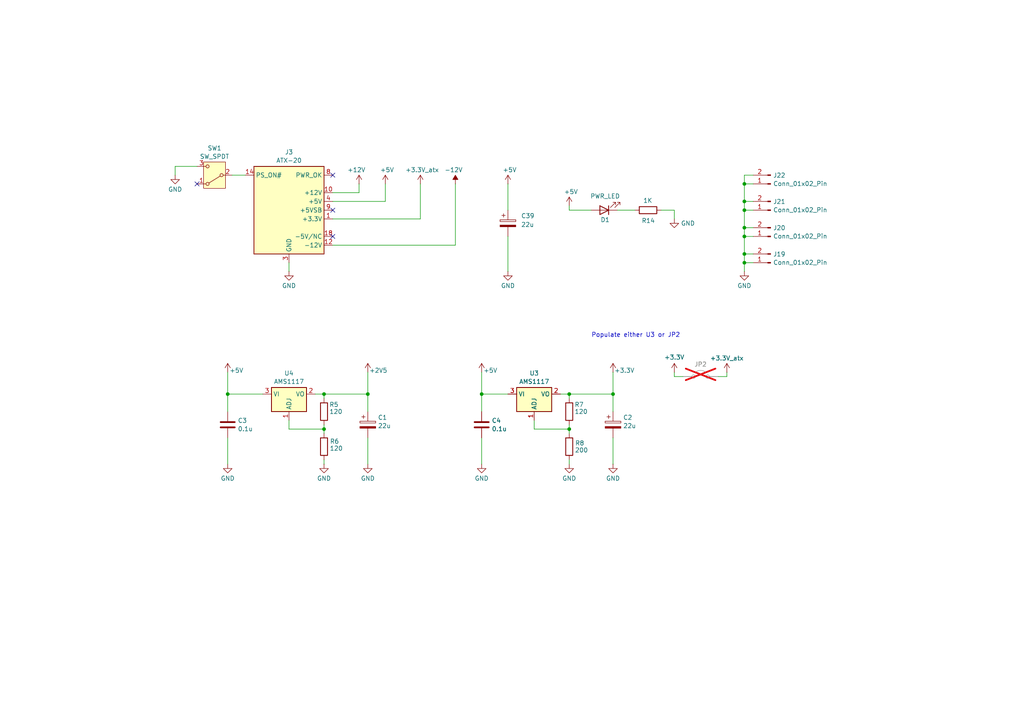
<source format=kicad_sch>
(kicad_sch (version 20250114) (generator "eeschema") (generator_version "9.0")
  (paper "A4")
  (title_block (title "486 Homebrew Computer") (date "2025-12-15") (rev "1 (sch 2.0)") (company "maniek86.xyz"))
  (lib_symbols
    (symbol "Connector:ATX-20"
      (property "Reference" "J" (at -8.89 13.97 0))
      (property "Value" "ATX-20" (at 6.35 13.97 0))
      (symbol "ATX-20_0_1"
        (rectangle (start -10.16 12.7) (end 10.16 -12.7) (stroke (width 0.254)) (fill (type background)))
      )
      (symbol "ATX-20_1_1"
        (pin open_collector line (at -12.7 10.16 0) (length 2.54) (name "PS_ON#") (number "14"))
        (pin passive line (at 0 -15.24 90) (length 2.54) (hide yes) (name "GND") (number "13"))
        (pin passive line (at 0 -15.24 90) (length 2.54) (hide yes) (name "GND") (number "15"))
        (pin passive line (at 0 -15.24 90) (length 2.54) (hide yes) (name "GND") (number "16"))
        (pin passive line (at 0 -15.24 90) (length 2.54) (hide yes) (name "GND") (number "17"))
        (pin power_out line (at 0 -15.24 90) (length 2.54) (name "GND") (number "3"))
        (pin passive line (at 0 -15.24 90) (length 2.54) (hide yes) (name "GND") (number "5"))
        (pin passive line (at 0 -15.24 90) (length 2.54) (hide yes) (name "GND") (number "7"))
        (pin output line (at 12.7 10.16 180) (length 2.54) (name "PWR_OK") (number "8"))
        (pin power_out line (at 12.7 5.08 180) (length 2.54) (name "+12V") (number "10"))
        (pin passive line (at 12.7 2.54 180) (length 2.54) (hide yes) (name "+5V") (number "19"))
        (pin passive line (at 12.7 2.54 180) (length 2.54) (hide yes) (name "+5V") (number "20"))
        (pin power_out line (at 12.7 2.54 180) (length 2.54) (name "+5V") (number "4"))
        (pin passive line (at 12.7 2.54 180) (length 2.54) (hide yes) (name "+5V") (number "6"))
        (pin power_out line (at 12.7 0 180) (length 2.54) (name "+5VSB") (number "9"))
        (pin power_out line (at 12.7 -2.54 180) (length 2.54) (name "+3.3V") (number "1"))
        (pin passive line (at 12.7 -2.54 180) (length 2.54) (hide yes) (name "+3.3V") (number "11"))
        (pin passive line (at 12.7 -2.54 180) (length 2.54) (hide yes) (name "+3.3V") (number "2"))
        (pin power_out line (at 12.7 -7.62 180) (length 2.54) (name "-5V/NC") (number "18"))
        (pin power_out line (at 12.7 -10.16 180) (length 2.54) (name "-12V") (number "12"))
      )
    )
    (symbol "Connector:Conn_01x02_Pin" (pin_names (offset 1.016) (hide yes))
      (property "Reference" "J" (at 0 2.54 0))
      (property "Value" "Conn_01x02_Pin" (at 0 -5.08 0))
      (symbol "Conn_01x02_Pin_1_1"
        (rectangle (start 0.8636 0.127) (end 0 -0.127) (stroke (width 0.1524)) (fill (type outline)))
        (rectangle (start 0.8636 -2.413) (end 0 -2.667) (stroke (width 0.1524)) (fill (type outline)))
        (polyline (pts (xy 1.27 0) (xy 0.8636 0)) (stroke (width 0.1524)))
        (polyline (pts (xy 1.27 -2.54) (xy 0.8636 -2.54)) (stroke (width 0.1524)))
        (pin passive line (at 5.08 0 180) (length 3.81) (name "Pin_1") (number "1"))
        (pin passive line (at 5.08 -2.54 180) (length 3.81) (name "Pin_2") (number "2"))
      )
    )
    (symbol "Device:C" (pin_numbers (hide yes)) (pin_names (offset 0.254))
      (property "Reference" "C" (at 0.635 2.54 0))
      (property "Value" "C" (at 0.635 -2.54 0))
      (symbol "C_0_1"
        (polyline (pts (xy -2.032 0.762) (xy 2.032 0.762)) (stroke (width 0.508)))
        (polyline (pts (xy -2.032 -0.762) (xy 2.032 -0.762)) (stroke (width 0.508)))
      )
      (symbol "C_1_1"
        (pin passive line (at 0 3.81 270) (length 2.794) (name "~") (number "1"))
        (pin passive line (at 0 -3.81 90) (length 2.794) (name "~") (number "2"))
      )
    )
    (symbol "Device:C_Polarized" (pin_numbers (hide yes)) (pin_names (offset 0.254))
      (property "Reference" "C" (at 0.635 2.54 0))
      (property "Value" "C_Polarized" (at 0.635 -2.54 0))
      (symbol "C_Polarized_0_1"
        (rectangle (start -2.286 0.508) (end 2.286 1.016))
        (polyline (pts (xy -1.778 2.286) (xy -0.762 2.286)))
        (polyline (pts (xy -1.27 2.794) (xy -1.27 1.778)))
        (rectangle (start 2.286 -0.508) (end -2.286 -1.016) (fill (type outline)))
      )
      (symbol "C_Polarized_1_1"
        (pin passive line (at 0 3.81 270) (length 2.794) (name "~") (number "1"))
        (pin passive line (at 0 -3.81 90) (length 2.794) (name "~") (number "2"))
      )
    )
    (symbol "Device:LED" (pin_numbers (hide yes)) (pin_names (offset 1.016) (hide yes))
      (property "Reference" "D" (at 0 2.54 0))
      (property "Value" "LED" (at 0 -2.54 0))
      (symbol "LED_0_1"
        (polyline (pts (xy -3.048 -0.762) (xy -4.572 -2.286) (xy -3.81 -2.286) (xy -4.572 -2.286) (xy -4.572 -1.524)))
        (polyline (pts (xy -1.778 -0.762) (xy -3.302 -2.286) (xy -2.54 -2.286) (xy -3.302 -2.286) (xy -3.302 -1.524)))
        (polyline (pts (xy -1.27 0) (xy 1.27 0)))
        (polyline (pts (xy -1.27 -1.27) (xy -1.27 1.27)) (stroke (width 0.254)))
        (polyline (pts (xy 1.27 -1.27) (xy 1.27 1.27) (xy -1.27 0) (xy 1.27 -1.27)) (stroke (width 0.254)))
      )
      (symbol "LED_1_1"
        (pin passive line (at -3.81 0 0) (length 2.54) (name "K") (number "1"))
        (pin passive line (at 3.81 0 180) (length 2.54) (name "A") (number "2"))
      )
    )
    (symbol "Device:R" (pin_numbers (hide yes)) (pin_names (offset 0))
      (property "Reference" "R" (at 2.032 0 90))
      (property "Value" "R" (at 0 0 90))
      (symbol "R_0_1"
        (rectangle (start -1.016 -2.54) (end 1.016 2.54) (stroke (width 0.254)))
      )
      (symbol "R_1_1"
        (pin passive line (at 0 3.81 270) (length 1.27) (name "~") (number "1"))
        (pin passive line (at 0 -3.81 90) (length 1.27) (name "~") (number "2"))
      )
    )
    (symbol "Jumper:Jumper_2_Open" (pin_numbers (hide yes)) (pin_names (offset 0) (hide yes))
      (property "Reference" "JP" (at 0 2.794 0))
      (property "Value" "Jumper_2_Open" (at 0 -2.286 0))
      (symbol "Jumper_2_Open_0_0"
        (circle (center -2.032 0) (radius 0.508))
        (circle (center 2.032 0) (radius 0.508))
      )
      (symbol "Jumper_2_Open_0_1"
        (arc (start -1.524 1.27) (mid 0 1.778) (end 1.524 1.27))
      )
      (symbol "Jumper_2_Open_1_1"
        (pin passive line (at -5.08 0 0) (length 2.54) (name "A") (number "1"))
        (pin passive line (at 5.08 0 180) (length 2.54) (name "B") (number "2"))
      )
    )
    (symbol "Regulator_Linear:AMS1117"
      (property "Reference" "U" (at -3.81 3.175 0))
      (property "Value" "AMS1117" (at 0 3.175 0))
      (symbol "AMS1117_0_1"
        (rectangle (start -5.08 -5.08) (end 5.08 1.905) (stroke (width 0.254)) (fill (type background)))
      )
      (symbol "AMS1117_1_1"
        (pin power_in line (at -7.62 0 0) (length 2.54) (name "VI") (number "3"))
        (pin input line (at 0 -7.62 90) (length 2.54) (name "ADJ") (number "1"))
        (pin power_out line (at 7.62 0 180) (length 2.54) (name "VO") (number "2"))
      )
    )
    (symbol "Switch:SW_SPDT" (pin_names (offset 0) (hide yes))
      (property "Reference" "SW" (at 0 5.08 0))
      (property "Value" "SW_SPDT" (at 0 -5.08 0))
      (symbol "SW_SPDT_0_1"
        (circle (center -2.032 0) (radius 0.4572))
        (polyline (pts (xy -1.651 0.254) (xy 1.651 2.286)))
        (circle (center 2.032 2.54) (radius 0.4572))
        (circle (center 2.032 -2.54) (radius 0.4572))
      )
      (symbol "SW_SPDT_1_1"
        (rectangle (start -3.175 3.81) (end 3.175 -3.81) (fill (type background)))
        (pin passive line (at -5.08 0 0) (length 2.54) (name "B") (number "2"))
        (pin passive line (at 5.08 2.54 180) (length 2.54) (name "A") (number "1"))
        (pin passive line (at 5.08 -2.54 180) (length 2.54) (name "C") (number "3"))
      )
    )
    (symbol "power:+12V" (power) (pin_numbers (hide yes)) (pin_names (offset 0) (hide yes))
      (property "Value" "+12V" (at 0 3.556 0))
      (symbol "+12V_0_1"
        (polyline (pts (xy -0.762 1.27) (xy 0 2.54)))
        (polyline (pts (xy 0 2.54) (xy 0.762 1.27)))
        (polyline (pts (xy 0 0) (xy 0 2.54)))
      )
      (symbol "+12V_1_1"
        (pin power_in line (at 0 0 90) (length 0) (name "~") (number "1"))
      )
    )
    (symbol "power:+2V5" (power) (pin_numbers (hide yes)) (pin_names (offset 0) (hide yes))
      (property "Value" "+2V5" (at 0 3.556 0))
      (symbol "+2V5_0_1"
        (polyline (pts (xy -0.762 1.27) (xy 0 2.54)))
        (polyline (pts (xy 0 2.54) (xy 0.762 1.27)))
        (polyline (pts (xy 0 0) (xy 0 2.54)))
      )
      (symbol "+2V5_1_1"
        (pin power_in line (at 0 0 90) (length 0) (name "~") (number "1"))
      )
    )
    (symbol "power:+3.3V" (power) (pin_numbers (hide yes)) (pin_names (offset 0) (hide yes))
      (property "Value" "+3.3V" (at 0 3.556 0))
      (symbol "+3.3V_0_1"
        (polyline (pts (xy -0.762 1.27) (xy 0 2.54)))
        (polyline (pts (xy 0 2.54) (xy 0.762 1.27)))
        (polyline (pts (xy 0 0) (xy 0 2.54)))
      )
      (symbol "+3.3V_1_1"
        (pin power_in line (at 0 0 90) (length 0) (name "~") (number "1"))
      )
    )
    (symbol "power:+5V" (power) (pin_numbers (hide yes)) (pin_names (offset 0) (hide yes))
      (property "Value" "+5V" (at 0 3.556 0))
      (symbol "+5V_0_1"
        (polyline (pts (xy -0.762 1.27) (xy 0 2.54)))
        (polyline (pts (xy 0 2.54) (xy 0.762 1.27)))
        (polyline (pts (xy 0 0) (xy 0 2.54)))
      )
      (symbol "+5V_1_1"
        (pin power_in line (at 0 0 90) (length 0) (name "~") (number "1"))
      )
    )
    (symbol "power:-12V" (power) (pin_numbers (hide yes)) (pin_names (offset 0) (hide yes))
      (property "Value" "-12V" (at 0 3.556 0))
      (symbol "-12V_0_0"
        (pin power_in line (at 0 0 90) (length 0) (name "~") (number "1"))
      )
      (symbol "-12V_0_1"
        (polyline (pts (xy 0 0) (xy 0 1.27) (xy 0.762 1.27) (xy 0 2.54) (xy -0.762 1.27) (xy 0 1.27)) (fill (type outline)))
      )
    )
    (symbol "power:GND" (power) (pin_numbers (hide yes)) (pin_names (offset 0) (hide yes))
      (property "Value" "GND" (at 0 -3.81 0))
      (symbol "GND_0_1"
        (polyline (pts (xy 0 0) (xy 0 -1.27) (xy 1.27 -1.27) (xy 0 -2.54) (xy -1.27 -1.27) (xy 0 -1.27)))
      )
      (symbol "GND_1_1"
        (pin power_in line (at 0 0 270) (length 0) (name "~") (number "1"))
      )
    )
  )
  (text "Populate either U3 or JP2" (at 184.404 97.282 0) (effects (font (size 1.27 1.27))))
  (junction (at 139.7 114.3))
  (junction (at 215.9 76.2))
  (junction (at 215.9 68.58))
  (junction (at 165.1 114.3))
  (junction (at 215.9 53.34))
  (junction (at 215.9 60.96))
  (junction (at 215.9 73.66))
  (junction (at 165.1 124.46))
  (junction (at 93.98 124.46))
  (junction (at 66.04 114.3))
  (junction (at 106.68 114.3))
  (junction (at 215.9 66.04))
  (junction (at 177.8 114.3))
  (junction (at 93.98 114.3))
  (junction (at 215.9 58.42))
  (no_connect (at 57.15 53.34))
  (no_connect (at 96.52 60.96))
  (no_connect (at 96.52 68.58))
  (no_connect (at 96.52 50.8))
  (wire (pts (xy 177.8 119.38) (xy 177.8 114.3)))
  (wire (pts (xy 96.52 58.42) (xy 111.76 58.42)))
  (wire (pts (xy 132.08 53.34) (xy 132.08 71.12)))
  (wire (pts (xy 106.68 107.95) (xy 106.68 114.3)))
  (wire (pts (xy 106.68 127) (xy 106.68 134.62)))
  (wire (pts (xy 195.58 60.96) (xy 191.77 60.96)))
  (wire (pts (xy 195.58 63.5) (xy 195.58 60.96)))
  (wire (pts (xy 121.92 53.34) (xy 121.92 63.5)))
  (wire (pts (xy 147.32 68.58) (xy 147.32 78.74)))
  (wire (pts (xy 93.98 125.73) (xy 93.98 124.46)))
  (wire (pts (xy 139.7 114.3) (xy 147.32 114.3)))
  (wire (pts (xy 111.76 58.42) (xy 111.76 53.34)))
  (wire (pts (xy 147.32 53.34) (xy 147.32 60.96)))
  (wire (pts (xy 83.82 121.92) (xy 83.82 124.46)))
  (wire (pts (xy 215.9 58.42) (xy 218.44 58.42)))
  (wire (pts (xy 215.9 76.2) (xy 218.44 76.2)))
  (wire (pts (xy 139.7 107.95) (xy 139.7 114.3)))
  (wire (pts (xy 165.1 114.3) (xy 165.1 115.57)))
  (wire (pts (xy 66.04 119.38) (xy 66.04 114.3)))
  (wire (pts (xy 218.44 50.8) (xy 215.9 50.8)))
  (wire (pts (xy 215.9 66.04) (xy 215.9 68.58)))
  (wire (pts (xy 139.7 119.38) (xy 139.7 114.3)))
  (wire (pts (xy 165.1 59.69) (xy 165.1 60.96)))
  (wire (pts (xy 96.52 55.88) (xy 104.14 55.88)))
  (wire (pts (xy 179.07 60.96) (xy 184.15 60.96)))
  (wire (pts (xy 215.9 60.96) (xy 218.44 60.96)))
  (wire (pts (xy 165.1 60.96) (xy 171.45 60.96)))
  (wire (pts (xy 210.82 107.95) (xy 210.82 109.22)))
  (wire (pts (xy 215.9 68.58) (xy 215.9 73.66)))
  (wire (pts (xy 177.8 127) (xy 177.8 134.62)))
  (wire (pts (xy 215.9 66.04) (xy 218.44 66.04)))
  (wire (pts (xy 139.7 127) (xy 139.7 134.62)))
  (wire (pts (xy 165.1 124.46) (xy 165.1 125.73)))
  (wire (pts (xy 66.04 107.95) (xy 66.04 114.3)))
  (wire (pts (xy 215.9 68.58) (xy 218.44 68.58)))
  (wire (pts (xy 215.9 76.2) (xy 215.9 78.74)))
  (wire (pts (xy 93.98 114.3) (xy 106.68 114.3)))
  (wire (pts (xy 154.94 124.46) (xy 165.1 124.46)))
  (wire (pts (xy 154.94 124.46) (xy 154.94 121.92)))
  (wire (pts (xy 210.82 109.22) (xy 208.28 109.22)))
  (wire (pts (xy 121.92 63.5) (xy 96.52 63.5)))
  (wire (pts (xy 50.8 50.8) (xy 50.8 48.26)))
  (wire (pts (xy 177.8 114.3) (xy 177.8 107.95)))
  (wire (pts (xy 106.68 119.38) (xy 106.68 114.3)))
  (wire (pts (xy 215.9 60.96) (xy 215.9 66.04)))
  (wire (pts (xy 215.9 73.66) (xy 215.9 76.2)))
  (wire (pts (xy 162.56 114.3) (xy 165.1 114.3)))
  (wire (pts (xy 93.98 124.46) (xy 83.82 124.46)))
  (wire (pts (xy 67.31 50.8) (xy 71.12 50.8)))
  (wire (pts (xy 165.1 114.3) (xy 177.8 114.3)))
  (wire (pts (xy 93.98 114.3) (xy 93.98 115.57)))
  (wire (pts (xy 93.98 124.46) (xy 93.98 123.19)))
  (wire (pts (xy 66.04 127) (xy 66.04 134.62)))
  (wire (pts (xy 50.8 48.26) (xy 57.15 48.26)))
  (wire (pts (xy 104.14 53.34) (xy 104.14 55.88)))
  (wire (pts (xy 215.9 53.34) (xy 218.44 53.34)))
  (wire (pts (xy 96.52 71.12) (xy 132.08 71.12)))
  (wire (pts (xy 165.1 123.19) (xy 165.1 124.46)))
  (wire (pts (xy 93.98 133.35) (xy 93.98 134.62)))
  (wire (pts (xy 215.9 50.8) (xy 215.9 53.34)))
  (wire (pts (xy 215.9 58.42) (xy 215.9 60.96)))
  (wire (pts (xy 215.9 73.66) (xy 218.44 73.66)))
  (wire (pts (xy 215.9 53.34) (xy 215.9 58.42)))
  (wire (pts (xy 91.44 114.3) (xy 93.98 114.3)))
  (wire (pts (xy 66.04 114.3) (xy 76.2 114.3)))
  (wire (pts (xy 195.58 107.95) (xy 195.58 109.22)))
  (wire (pts (xy 165.1 134.62) (xy 165.1 133.35)))
  (wire (pts (xy 83.82 76.2) (xy 83.82 78.74)))
  (wire (pts (xy 195.58 109.22) (xy 198.12 109.22)))
  (symbol (lib_id "power:+5V") (at 111.76 53.34 0) (unit 1)
    (property "Reference" "#PWR061" (effects (hide yes)))
    (property "Value" "+5V" (at 112.268 49.276 0))
    (property "Description" "Power symbol creates a global label with name \"+5V\"" (effects (hide yes)))
  )
  (symbol (lib_id "Device:R") (at 93.98 119.38 0) (unit 1)
    (property "Reference" "R5" (at 95.504 117.348 0) (effects (justify left)))
    (property "Value" "120" (at 95.504 119.38 0) (effects (justify left)))
    (property "Footprint" "Resistor_SMD:R_0805_2012Metric_Pad1.20x1.40mm_HandSolder" (effects (hide yes)))
    (property "Description" "Resistor" (effects (hide yes)))
  )
  (symbol (lib_id "power:GND") (at 177.8 134.62 0) (unit 1)
    (property "Reference" "#PWR017" (effects (hide yes)))
    (property "Value" "GND" (at 177.8 138.7531 0))
    (property "Description" "Power symbol creates a global label with name \"GND\" , ground" (effects (hide yes)))
  )
  (symbol (lib_id "Device:LED") (at 175.26 60.96 180) (unit 1)
    (property "Reference" "D1" (at 175.514 63.754 0))
    (property "Value" "PWR_LED" (at 175.514 56.896 0))
    (property "Footprint" "LED_THT:LED_D4.0mm" (effects (hide yes)))
    (property "Description" "Light emitting diode" (effects (hide yes)))
    (property "Sim.Pins" "1=K 2=A" (effects (hide yes)))
  )
  (symbol (lib_id "Connector:Conn_01x02_Pin") (at 223.52 53.34 180) (unit 1)
    (property "Reference" "J22" (at 224.2312 50.8578 0) (effects (justify right)))
    (property "Value" "Conn_01x02_Pin" (at 224.2312 53.2821 0) (effects (justify right)))
    (property "Footprint" "Connector_PinHeader_2.54mm:PinHeader_1x02_P2.54mm_Vertical" (effects (hide yes)))
    (property "Description" "Generic connector, single row, 01x02, script generated" (effects (hide yes)))
  )
  (symbol (lib_id "power:+5V") (at 139.7 107.95 0) (unit 1)
    (property "Reference" "#PWR015" (effects (hide yes)))
    (property "Value" "+5V" (at 142.24 107.442 0))
    (property "Description" "Power symbol creates a global label with name \"+5V\"" (effects (hide yes)))
  )
  (symbol (lib_id "power:+2V5") (at 106.68 107.95 0) (unit 1)
    (property "Reference" "#PWR013" (effects (hide yes)))
    (property "Value" "+2V5" (at 109.728 107.442 0))
    (property "Description" "Power symbol creates a global label with name \"+2V5\"" (effects (hide yes)))
  )
  (symbol (lib_id "power:GND") (at 83.82 78.74 0) (unit 1)
    (property "Reference" "#PWR064" (effects (hide yes)))
    (property "Value" "GND" (at 83.82 82.8731 0))
    (property "Description" "Power symbol creates a global label with name \"GND\" , ground" (effects (hide yes)))
  )
  (symbol (lib_id "Connector:Conn_01x02_Pin") (at 223.52 60.96 180) (unit 1)
    (property "Reference" "J21" (at 224.2312 58.4778 0) (effects (justify right)))
    (property "Value" "Conn_01x02_Pin" (at 224.2312 60.9021 0) (effects (justify right)))
    (property "Footprint" "Connector_PinHeader_2.54mm:PinHeader_1x02_P2.54mm_Vertical" (effects (hide yes)))
    (property "Description" "Generic connector, single row, 01x02, script generated" (effects (hide yes)))
  )
  (symbol (lib_id "power:+5V") (at 66.04 107.95 0) (unit 1)
    (property "Reference" "#PWR014" (effects (hide yes)))
    (property "Value" "+5V" (at 68.58 107.442 0))
    (property "Description" "Power symbol creates a global label with name \"+5V\"" (effects (hide yes)))
  )
  (symbol (lib_id "power:GND") (at 215.9 78.74 0) (unit 1)
    (property "Reference" "#PWR088" (effects (hide yes)))
    (property "Value" "GND" (at 215.9 82.8731 0))
    (property "Description" "Power symbol creates a global label with name \"GND\" , ground" (effects (hide yes)))
  )
  (symbol (lib_id "Connector:Conn_01x02_Pin") (at 223.52 76.2 180) (unit 1)
    (property "Reference" "J19" (at 224.2312 73.7178 0) (effects (justify right)))
    (property "Value" "Conn_01x02_Pin" (at 224.2312 76.1421 0) (effects (justify right)))
    (property "Footprint" "Connector_PinHeader_2.54mm:PinHeader_1x02_P2.54mm_Vertical" (effects (hide yes)))
    (property "Description" "Generic connector, single row, 01x02, script generated" (effects (hide yes)))
  )
  (symbol (lib_id "Jumper:Jumper_2_Open") (at 203.2 109.22 0) (unit 1) (in_bom no) (dnp yes)
    (property "Reference" "JP2" (at 203.2 105.664 0))
    (property "Value" "Jumper_2_Open" (effects (hide yes)))
    (property "Footprint" "Fuse:Fuse_1210_3225Metric" (effects (hide yes)))
    (property "Description" "Jumper, 2-pole, open" (effects (hide yes)))
  )
  (symbol (lib_id "Regulator_Linear:AMS1117") (at 154.94 114.3 0) (unit 1)
    (property "Reference" "U3" (at 154.94 108.2505 0))
    (property "Value" "AMS1117" (at 154.94 110.6748 0))
    (property "Footprint" "Package_TO_SOT_SMD:SOT-223-3_TabPin2" (effects (hide yes)))
    (property "Datasheet" "http://www.advanced-monolithic.com/pdf/ds1117.pdf" (effects (hide yes)))
    (property "Description" "1A Low Dropout regulator, positive, adjustable output, SOT-223" (effects (hide yes)))
  )
  (symbol (lib_id "Device:C") (at 139.7 123.19 0) (unit 1)
    (property "Reference" "C4" (at 142.621 121.9778 0) (effects (justify left)))
    (property "Value" "0.1u" (at 142.621 124.4021 0) (effects (justify left)))
    (property "Footprint" "Capacitor_SMD:C_0805_2012Metric_Pad1.18x1.45mm_HandSolder" (effects (hide yes)))
    (property "Description" "Unpolarized capacitor" (effects (hide yes)))
  )
  (symbol (lib_id "Device:R") (at 165.1 129.54 180) (unit 1)
    (property "Reference" "R8" (at 168.148 128.524 0))
    (property "Value" "200" (at 168.656 130.556 0))
    (property "Footprint" "Resistor_SMD:R_0805_2012Metric_Pad1.20x1.40mm_HandSolder" (effects (hide yes)))
    (property "Description" "Resistor" (effects (hide yes)))
  )
  (symbol (lib_id "power:GND") (at 66.04 134.62 0) (unit 1)
    (property "Reference" "#PWR057" (effects (hide yes)))
    (property "Value" "GND" (at 66.04 138.7531 0))
    (property "Description" "Power symbol creates a global label with name \"GND\" , ground" (effects (hide yes)))
  )
  (symbol (lib_id "Device:C_Polarized") (at 106.68 123.19 0) (unit 1)
    (property "Reference" "C1" (at 109.601 121.0888 0) (effects (justify left)))
    (property "Value" "22u" (at 109.601 123.5131 0) (effects (justify left)))
    (property "Footprint" "Capacitor_THT:CP_Radial_D5.0mm_P2.50mm" (effects (hide yes)))
    (property "Description" "Polarized capacitor" (effects (hide yes)))
  )
  (symbol (lib_id "power:GND") (at 139.7 134.62 0) (unit 1)
    (property "Reference" "#PWR058" (effects (hide yes)))
    (property "Value" "GND" (at 139.7 138.7531 0))
    (property "Description" "Power symbol creates a global label with name \"GND\" , ground" (effects (hide yes)))
  )
  (symbol (lib_id "power:GND") (at 147.32 78.74 0) (unit 1)
    (property "Reference" "#PWR091" (effects (hide yes)))
    (property "Value" "GND" (at 147.32 82.8731 0))
    (property "Description" "Power symbol creates a global label with name \"GND\" , ground" (effects (hide yes)))
  )
  (symbol (lib_id "power:+3.3V") (at 177.8 107.95 0) (unit 1)
    (property "Reference" "#PWR012" (effects (hide yes)))
    (property "Value" "+3.3V" (at 181.102 107.442 0))
    (property "Description" "Power symbol creates a global label with name \"+3.3V\"" (effects (hide yes)))
  )
  (symbol (lib_id "power:GND") (at 106.68 134.62 0) (unit 1)
    (property "Reference" "#PWR016" (effects (hide yes)))
    (property "Value" "GND" (at 106.68 138.7531 0))
    (property "Description" "Power symbol creates a global label with name \"GND\" , ground" (effects (hide yes)))
  )
  (symbol (lib_id "power:+5V") (at 147.32 53.34 0) (unit 1)
    (property "Reference" "#PWR092" (effects (hide yes)))
    (property "Value" "+5V" (at 147.828 49.276 0))
    (property "Description" "Power symbol creates a global label with name \"+5V\"" (effects (hide yes)))
  )
  (symbol (lib_id "Device:C_Polarized") (at 147.32 64.77 0) (unit 1)
    (property "Reference" "C39" (at 151.13 62.6109 0) (effects (justify left)))
    (property "Value" "22u" (at 151.13 65.1509 0) (effects (justify left)))
    (property "Footprint" "Capacitor_THT:CP_Radial_D5.0mm_P2.50mm" (effects (hide yes)))
    (property "Description" "Polarized capacitor" (effects (hide yes)))
  )
  (symbol (lib_id "Device:C_Polarized") (at 177.8 123.19 0) (unit 1)
    (property "Reference" "C2" (at 180.721 121.0888 0) (effects (justify left)))
    (property "Value" "22u" (at 180.721 123.5131 0) (effects (justify left)))
    (property "Footprint" "Capacitor_THT:CP_Radial_D5.0mm_P2.50mm" (effects (hide yes)))
    (property "Description" "Polarized capacitor" (effects (hide yes)))
  )
  (symbol (lib_id "power:+5V") (at 121.92 53.34 0) (unit 1)
    (property "Reference" "#PWR0147" (effects (hide yes)))
    (property "Value" "+3.3V_atx" (at 122.428 49.276 0))
    (property "Description" "Power symbol creates a global label with name \"+5V\"" (effects (hide yes)))
  )
  (symbol (lib_id "power:+5V") (at 165.1 59.69 0) (unit 1)
    (property "Reference" "#PWR093" (effects (hide yes)))
    (property "Value" "+5V" (at 165.608 55.626 0))
    (property "Description" "Power symbol creates a global label with name \"+5V\"" (effects (hide yes)))
  )
  (symbol (lib_id "power:GND") (at 50.8 50.8 0) (unit 1)
    (property "Reference" "#PWR090" (effects (hide yes)))
    (property "Value" "GND" (at 50.8 54.9331 0))
    (property "Description" "Power symbol creates a global label with name \"GND\" , ground" (effects (hide yes)))
  )
  (symbol (lib_id "power:+3.3V") (at 195.58 107.95 0) (unit 1)
    (property "Reference" "#PWR0148" (effects (hide yes)))
    (property "Value" "+3.3V" (at 195.58 103.632 0))
    (property "Description" "Power symbol creates a global label with name \"+3.3V\"" (effects (hide yes)))
  )
  (symbol (lib_id "Connector:Conn_01x02_Pin") (at 223.52 68.58 180) (unit 1)
    (property "Reference" "J20" (at 224.2312 66.0978 0) (effects (justify right)))
    (property "Value" "Conn_01x02_Pin" (at 224.2312 68.5221 0) (effects (justify right)))
    (property "Footprint" "Connector_PinHeader_2.54mm:PinHeader_1x02_P2.54mm_Vertical" (effects (hide yes)))
    (property "Description" "Generic connector, single row, 01x02, script generated" (effects (hide yes)))
  )
  (symbol (lib_id "Device:C") (at 66.04 123.19 0) (unit 1)
    (property "Reference" "C3" (at 68.961 121.9778 0) (effects (justify left)))
    (property "Value" "0.1u" (at 68.961 124.4021 0) (effects (justify left)))
    (property "Footprint" "Capacitor_SMD:C_0805_2012Metric_Pad1.18x1.45mm_HandSolder" (effects (hide yes)))
    (property "Description" "Unpolarized capacitor" (effects (hide yes)))
  )
  (symbol (lib_id "power:-12V") (at 132.08 53.34 0) (unit 1)
    (property "Reference" "#PWR063" (effects (hide yes)))
    (property "Value" "-12V" (at 131.572 49.276 0))
    (property "Description" "Power symbol creates a global label with name \"-12V\"" (effects (hide yes)))
  )
  (symbol (lib_id "power:GND") (at 165.1 134.62 0) (unit 1)
    (property "Reference" "#PWR0151" (effects (hide yes)))
    (property "Value" "GND" (at 165.1 138.7531 0))
    (property "Description" "Power symbol creates a global label with name \"GND\" , ground" (effects (hide yes)))
  )
  (symbol (lib_id "Switch:SW_SPDT") (at 62.23 50.8 180) (unit 1)
    (property "Reference" "SW1" (at 62.23 42.9725 0))
    (property "Value" "SW_SPDT" (at 62.23 45.3968 0))
    (property "Footprint" "Connector_PinHeader_2.54mm:PinHeader_1x03_P2.54mm_Vertical" (effects (hide yes)))
    (property "Description" "Switch, single pole double throw" (effects (hide yes)))
  )
  (symbol (lib_id "Device:R") (at 165.1 119.38 0) (unit 1)
    (property "Reference" "R7" (at 166.624 117.348 0) (effects (justify left)))
    (property "Value" "120" (at 166.624 119.38 0) (effects (justify left)))
    (property "Footprint" "Resistor_SMD:R_0805_2012Metric_Pad1.20x1.40mm_HandSolder" (effects (hide yes)))
    (property "Description" "Resistor" (effects (hide yes)))
  )
  (symbol (lib_id "power:GND") (at 195.58 63.5 0) (unit 1)
    (property "Reference" "#PWR099" (effects (hide yes)))
    (property "Value" "GND" (at 197.485 64.77 0) (effects (justify left)))
    (property "Description" "Power symbol creates a global label with name \"GND\" , ground" (effects (hide yes)))
  )
  (symbol (lib_id "power:+5V") (at 210.82 107.95 0) (unit 1)
    (property "Reference" "#PWR0153" (effects (hide yes)))
    (property "Value" "+3.3V_atx" (at 210.82 103.886 0))
    (property "Description" "Power symbol creates a global label with name \"+5V\"" (effects (hide yes)))
  )
  (symbol (lib_id "Device:R") (at 93.98 129.54 180) (unit 1)
    (property "Reference" "R6" (at 97.028 128.016 0))
    (property "Value" "120" (at 97.536 130.048 0))
    (property "Footprint" "Resistor_SMD:R_0805_2012Metric_Pad1.20x1.40mm_HandSolder" (effects (hide yes)))
    (property "Description" "Resistor" (effects (hide yes)))
  )
  (symbol (lib_id "Device:R") (at 187.96 60.96 90) (unit 1)
    (property "Reference" "R14" (at 189.992 64.008 90) (effects (justify left)))
    (property "Value" "1K" (at 189.23 58.166 90) (effects (justify left)))
    (property "Footprint" "Resistor_SMD:R_0805_2012Metric_Pad1.20x1.40mm_HandSolder" (effects (hide yes)))
    (property "Description" "Resistor" (effects (hide yes)))
  )
  (symbol (lib_id "power:GND") (at 93.98 134.62 0) (unit 1)
    (property "Reference" "#PWR094" (effects (hide yes)))
    (property "Value" "GND" (at 93.98 138.7531 0))
    (property "Description" "Power symbol creates a global label with name \"GND\" , ground" (effects (hide yes)))
  )
  (symbol (lib_id "Connector:ATX-20") (at 83.82 60.96 0) (unit 1)
    (property "Reference" "J3" (at 83.82 44.1155 0))
    (property "Value" "ATX-20" (at 83.82 46.5398 0))
    (property "Footprint" "Connector_Molex:Molex_Mini-Fit_Jr_5566-20A_2x10_P4.20mm_Vertical" (effects (hide yes)))
    (property "Datasheet" "https://web.aub.edu.lb/pub/docs/atx_201.pdf#page=20" (effects (hide yes)))
    (property "Description" "ATX Power supply 20pins" (effects (hide yes)))
  )
  (symbol (lib_id "Regulator_Linear:AMS1117") (at 83.82 114.3 0) (unit 1)
    (property "Reference" "U4" (at 83.82 108.2505 0))
    (property "Value" "AMS1117" (at 83.82 110.6748 0))
    (property "Footprint" "Package_TO_SOT_SMD:SOT-223-3_TabPin2" (effects (hide yes)))
    (property "Datasheet" "http://www.advanced-monolithic.com/pdf/ds1117.pdf" (effects (hide yes)))
    (property "Description" "1A Low Dropout regulator, positive, adjustable output, SOT-223" (effects (hide yes)))
  )
  (symbol (lib_id "power:+12V") (at 104.14 53.34 0) (unit 1)
    (property "Reference" "#PWR062" (effects (hide yes)))
    (property "Value" "+12V" (at 103.378 49.276 0))
    (property "Description" "Power symbol creates a global label with name \"+12V\"" (effects (hide yes)))
  )
)
</source>
